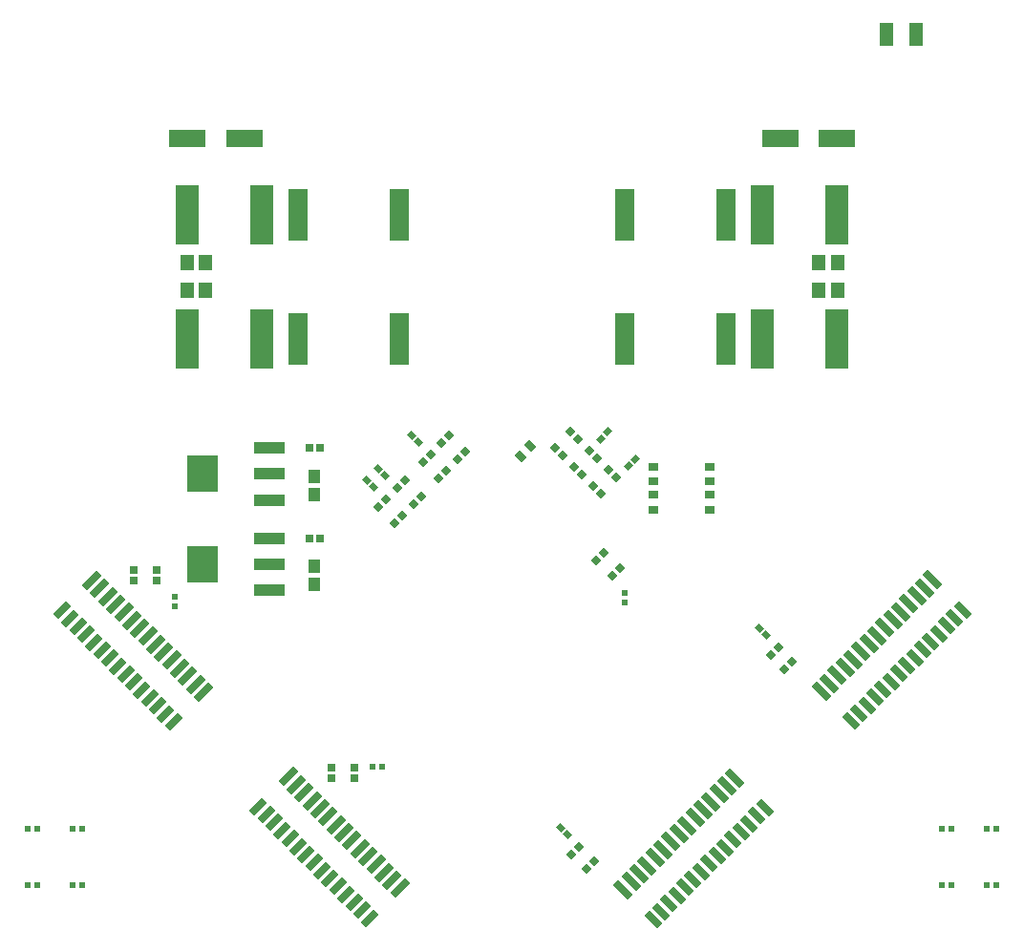
<source format=gtp>
G04*
G04 #@! TF.GenerationSoftware,Altium Limited,Altium Designer,24.4.1 (13)*
G04*
G04 Layer_Color=8421504*
%FSLAX44Y44*%
%MOMM*%
G71*
G04*
G04 #@! TF.SameCoordinates,A59C2C85-A93C-4369-95B1-CFFD4854EA8D*
G04*
G04*
G04 #@! TF.FilePolarity,Positive*
G04*
G01*
G75*
%ADD18R,1.8000X4.6000*%
%ADD19R,2.0000X5.3000*%
%ADD20R,0.6000X0.5500*%
%ADD21R,1.2546X1.4562*%
G04:AMPARAMS|DCode=22|XSize=0.55mm|YSize=0.6mm|CornerRadius=0mm|HoleSize=0mm|Usage=FLASHONLY|Rotation=45.000|XOffset=0mm|YOffset=0mm|HoleType=Round|Shape=Rectangle|*
%AMROTATEDRECTD22*
4,1,4,0.0177,-0.4066,-0.4066,0.0177,-0.0177,0.4066,0.4066,-0.0177,0.0177,-0.4066,0.0*
%
%ADD22ROTATEDRECTD22*%

G04:AMPARAMS|DCode=23|XSize=0.7154mm|YSize=0.6725mm|CornerRadius=0mm|HoleSize=0mm|Usage=FLASHONLY|Rotation=45.000|XOffset=0mm|YOffset=0mm|HoleType=Round|Shape=Rectangle|*
%AMROTATEDRECTD23*
4,1,4,-0.0152,-0.4907,-0.4907,-0.0152,0.0152,0.4907,0.4907,0.0152,-0.0152,-0.4907,0.0*
%
%ADD23ROTATEDRECTD23*%

G04:AMPARAMS|DCode=24|XSize=0.7154mm|YSize=0.6725mm|CornerRadius=0mm|HoleSize=0mm|Usage=FLASHONLY|Rotation=315.000|XOffset=0mm|YOffset=0mm|HoleType=Round|Shape=Rectangle|*
%AMROTATEDRECTD24*
4,1,4,-0.4907,0.0152,-0.0152,0.4907,0.4907,-0.0152,0.0152,-0.4907,-0.4907,0.0152,0.0*
%
%ADD24ROTATEDRECTD24*%

%ADD25R,0.5500X0.6000*%
G04:AMPARAMS|DCode=26|XSize=0.55mm|YSize=0.6mm|CornerRadius=0mm|HoleSize=0mm|Usage=FLASHONLY|Rotation=315.000|XOffset=0mm|YOffset=0mm|HoleType=Round|Shape=Rectangle|*
%AMROTATEDRECTD26*
4,1,4,-0.4066,-0.0177,0.0177,0.4066,0.4066,0.0177,-0.0177,-0.4066,-0.4066,-0.0177,0.0*
%
%ADD26ROTATEDRECTD26*%

G04:AMPARAMS|DCode=27|XSize=0.85mm|YSize=0.7mm|CornerRadius=0mm|HoleSize=0mm|Usage=FLASHONLY|Rotation=135.000|XOffset=0mm|YOffset=0mm|HoleType=Round|Shape=Rectangle|*
%AMROTATEDRECTD27*
4,1,4,0.5480,-0.0530,0.0530,-0.5480,-0.5480,0.0530,-0.0530,0.5480,0.5480,-0.0530,0.0*
%
%ADD27ROTATEDRECTD27*%

G04:AMPARAMS|DCode=28|XSize=0.6mm|YSize=1.65mm|CornerRadius=0mm|HoleSize=0mm|Usage=FLASHONLY|Rotation=45.000|XOffset=0mm|YOffset=0mm|HoleType=Round|Shape=Rectangle|*
%AMROTATEDRECTD28*
4,1,4,0.3712,-0.7955,-0.7955,0.3712,-0.3712,0.7955,0.7955,-0.3712,0.3712,-0.7955,0.0*
%
%ADD28ROTATEDRECTD28*%

G04:AMPARAMS|DCode=29|XSize=0.6mm|YSize=1.85mm|CornerRadius=0mm|HoleSize=0mm|Usage=FLASHONLY|Rotation=45.000|XOffset=0mm|YOffset=0mm|HoleType=Round|Shape=Rectangle|*
%AMROTATEDRECTD29*
4,1,4,0.4419,-0.8662,-0.8662,0.4419,-0.4419,0.8662,0.8662,-0.4419,0.4419,-0.8662,0.0*
%
%ADD29ROTATEDRECTD29*%

%ADD30R,1.1430X2.0320*%
%ADD31R,3.2000X1.6000*%
G04:AMPARAMS|DCode=32|XSize=0.6mm|YSize=1.65mm|CornerRadius=0mm|HoleSize=0mm|Usage=FLASHONLY|Rotation=315.000|XOffset=0mm|YOffset=0mm|HoleType=Round|Shape=Rectangle|*
%AMROTATEDRECTD32*
4,1,4,-0.7955,-0.3712,0.3712,0.7955,0.7955,0.3712,-0.3712,-0.7955,-0.7955,-0.3712,0.0*
%
%ADD32ROTATEDRECTD32*%

G04:AMPARAMS|DCode=33|XSize=0.6mm|YSize=1.85mm|CornerRadius=0mm|HoleSize=0mm|Usage=FLASHONLY|Rotation=315.000|XOffset=0mm|YOffset=0mm|HoleType=Round|Shape=Rectangle|*
%AMROTATEDRECTD33*
4,1,4,-0.8662,-0.4419,0.4419,0.8662,0.8662,0.4419,-0.4419,-0.8662,-0.8662,-0.4419,0.0*
%
%ADD33ROTATEDRECTD33*%

%ADD34R,0.6725X0.7154*%
%ADD35R,0.8500X0.7000*%
%ADD36R,0.9500X0.8000*%
%ADD37R,2.7000X1.0000*%
%ADD38R,2.7000X3.3000*%
%ADD39R,1.0121X1.2084*%
%ADD40R,0.7154X0.6725*%
D18*
X285000Y590000D02*
D03*
X375000D02*
D03*
X285000Y700000D02*
D03*
X375000D02*
D03*
X665000Y590000D02*
D03*
X575000D02*
D03*
X665000Y700000D02*
D03*
X575000D02*
D03*
D19*
X253000Y700000D02*
D03*
X187000D02*
D03*
Y590000D02*
D03*
X253000D02*
D03*
X763000D02*
D03*
X697000Y590000D02*
D03*
X763000Y700000D02*
D03*
X697000D02*
D03*
D20*
X864250Y155000D02*
D03*
X855750D02*
D03*
X895750D02*
D03*
X904250D02*
D03*
X45750Y155000D02*
D03*
X54250D02*
D03*
X94250D02*
D03*
X85750D02*
D03*
X45750Y105000D02*
D03*
X54250D02*
D03*
X855750D02*
D03*
X864250D02*
D03*
X94250D02*
D03*
X85750D02*
D03*
X904250D02*
D03*
X895750D02*
D03*
X351500Y210000D02*
D03*
X360000D02*
D03*
D21*
X763258Y657500D02*
D03*
X746742D02*
D03*
X763258Y632500D02*
D03*
X746742D02*
D03*
X186742D02*
D03*
X203258D02*
D03*
X186742Y657500D02*
D03*
X203258D02*
D03*
D22*
X352140Y458764D02*
D03*
X346130Y464775D02*
D03*
X362040Y468664D02*
D03*
X356029Y474674D02*
D03*
X391738Y498362D02*
D03*
X385728Y504373D02*
D03*
X524005Y149995D02*
D03*
X517995Y156005D02*
D03*
X700505Y326995D02*
D03*
X694495Y333005D02*
D03*
D23*
X356358Y440708D02*
D03*
X363125Y447476D02*
D03*
X433685Y489751D02*
D03*
X426917Y482983D02*
D03*
X394238Y450304D02*
D03*
X387470Y443536D02*
D03*
X380085Y464446D02*
D03*
X373317Y457678D02*
D03*
X370500Y426566D02*
D03*
X377268Y433334D02*
D03*
X563702Y379342D02*
D03*
X570470Y386110D02*
D03*
X549549Y393483D02*
D03*
X556317Y400251D02*
D03*
X410108Y466164D02*
D03*
X416876Y472932D02*
D03*
X419391Y503741D02*
D03*
X412623Y496973D02*
D03*
X395956Y480306D02*
D03*
X402724Y487074D02*
D03*
X527616Y132616D02*
D03*
X534384Y139384D02*
D03*
X540616Y119616D02*
D03*
X547384Y126384D02*
D03*
X704116Y309116D02*
D03*
X710884Y315884D02*
D03*
X716616Y296616D02*
D03*
X723384Y303384D02*
D03*
D24*
X546569Y459497D02*
D03*
X553337Y452729D02*
D03*
X560712Y473639D02*
D03*
X567479Y466871D02*
D03*
X536367Y469699D02*
D03*
X529599Y476467D02*
D03*
X550509Y483841D02*
D03*
X543741Y490609D02*
D03*
X512628Y493438D02*
D03*
X519396Y486670D02*
D03*
X526770Y507580D02*
D03*
X533538Y500812D02*
D03*
D25*
X575000Y364250D02*
D03*
Y355750D02*
D03*
X176000Y361250D02*
D03*
Y352750D02*
D03*
D26*
X578061Y477149D02*
D03*
X584071Y483159D02*
D03*
X554019Y501191D02*
D03*
X560030Y507201D02*
D03*
D27*
X491264Y494477D02*
D03*
X482425Y485638D02*
D03*
D28*
X600000Y75000D02*
D03*
X607071Y82071D02*
D03*
X614142Y89142D02*
D03*
X621213Y96213D02*
D03*
X628284Y103284D02*
D03*
X635355Y110355D02*
D03*
X642426Y117426D02*
D03*
X649498Y124497D02*
D03*
X656569Y131568D02*
D03*
X663640Y138640D02*
D03*
X670711Y145711D02*
D03*
X677782Y152782D02*
D03*
X684853Y159853D02*
D03*
X691924Y166924D02*
D03*
X698995Y173995D02*
D03*
X775377Y250628D02*
D03*
X782448Y257699D02*
D03*
X789519Y264770D02*
D03*
X796590Y271841D02*
D03*
X803661Y278912D02*
D03*
X810732Y285984D02*
D03*
X817803Y293055D02*
D03*
X824874Y300126D02*
D03*
X831945Y307197D02*
D03*
X839016Y314268D02*
D03*
X846087Y321339D02*
D03*
X853159Y328410D02*
D03*
X860230Y335481D02*
D03*
X867301Y342552D02*
D03*
X874372Y349623D02*
D03*
D29*
X573484Y101517D02*
D03*
X580555Y108588D02*
D03*
X587626Y115659D02*
D03*
X594697Y122730D02*
D03*
X601768Y129801D02*
D03*
X608839Y136872D02*
D03*
X615910Y143943D02*
D03*
X622981Y151014D02*
D03*
X630052Y158085D02*
D03*
X637123Y165156D02*
D03*
X644194Y172227D02*
D03*
X651265Y179298D02*
D03*
X658336Y186369D02*
D03*
X665407Y193440D02*
D03*
X672478Y200511D02*
D03*
X748860Y277145D02*
D03*
X755931Y284216D02*
D03*
X763002Y291287D02*
D03*
X770074Y298358D02*
D03*
X777145Y305429D02*
D03*
X784216Y312500D02*
D03*
X791287Y319571D02*
D03*
X798358Y326642D02*
D03*
X805429Y333713D02*
D03*
X812500Y340784D02*
D03*
X819571Y347855D02*
D03*
X826642Y354926D02*
D03*
X833713Y361997D02*
D03*
X840784Y369068D02*
D03*
X847855Y376140D02*
D03*
D30*
X833335Y860000D02*
D03*
X806665D02*
D03*
D31*
X762500Y767500D02*
D03*
X712500D02*
D03*
X187500D02*
D03*
X237500D02*
D03*
D32*
X76005Y348995D02*
D03*
X83076Y341924D02*
D03*
X90147Y334853D02*
D03*
X97218Y327782D02*
D03*
X104289Y320711D02*
D03*
X111360Y313640D02*
D03*
X118431Y306569D02*
D03*
X125503Y299497D02*
D03*
X132573Y292426D02*
D03*
X139645Y285355D02*
D03*
X146716Y278284D02*
D03*
X153787Y271213D02*
D03*
X160858Y264142D02*
D03*
X167929Y257071D02*
D03*
X175000Y250000D02*
D03*
X250000Y175000D02*
D03*
X257071Y167929D02*
D03*
X264142Y160858D02*
D03*
X271213Y153787D02*
D03*
X278284Y146716D02*
D03*
X285355Y139645D02*
D03*
X292426Y132573D02*
D03*
X299498Y125503D02*
D03*
X306569Y118431D02*
D03*
X313640Y111360D02*
D03*
X320711Y104289D02*
D03*
X327782Y97218D02*
D03*
X334853Y90147D02*
D03*
X341924Y83076D02*
D03*
X348995Y76005D02*
D03*
D33*
X102521Y375511D02*
D03*
X109593Y368440D02*
D03*
X116664Y361369D02*
D03*
X123735Y354298D02*
D03*
X130806Y347227D02*
D03*
X137877Y340156D02*
D03*
X144948Y333085D02*
D03*
X152019Y326014D02*
D03*
X159090Y318943D02*
D03*
X166161Y311872D02*
D03*
X173232Y304801D02*
D03*
X180303Y297730D02*
D03*
X187374Y290659D02*
D03*
X194445Y283587D02*
D03*
X201516Y276516D02*
D03*
X276516Y201516D02*
D03*
X283587Y194445D02*
D03*
X290659Y187374D02*
D03*
X297730Y180303D02*
D03*
X304801Y173232D02*
D03*
X311872Y166161D02*
D03*
X318943Y159090D02*
D03*
X326014Y152019D02*
D03*
X333085Y144948D02*
D03*
X340156Y137877D02*
D03*
X347227Y130806D02*
D03*
X354298Y123735D02*
D03*
X361369Y116664D02*
D03*
X368440Y109593D02*
D03*
X375511Y102521D02*
D03*
D34*
X160000Y375214D02*
D03*
Y384786D02*
D03*
X140000Y375214D02*
D03*
Y384786D02*
D03*
X335000Y200214D02*
D03*
Y209786D02*
D03*
X315000Y200214D02*
D03*
Y209786D02*
D03*
D35*
X600000Y463750D02*
D03*
Y476250D02*
D03*
X650000Y463750D02*
D03*
Y476250D02*
D03*
D36*
X600000Y438250D02*
D03*
Y451750D02*
D03*
X650000Y438250D02*
D03*
Y451750D02*
D03*
D37*
X259500Y447000D02*
D03*
Y470000D02*
D03*
Y493000D02*
D03*
Y367000D02*
D03*
Y390000D02*
D03*
Y413000D02*
D03*
D38*
X200500Y470000D02*
D03*
Y390000D02*
D03*
D39*
X300000Y451981D02*
D03*
Y468019D02*
D03*
Y371981D02*
D03*
Y388019D02*
D03*
D40*
X295214Y493000D02*
D03*
X304786D02*
D03*
X295214Y413000D02*
D03*
X304786Y413000D02*
D03*
M02*

</source>
